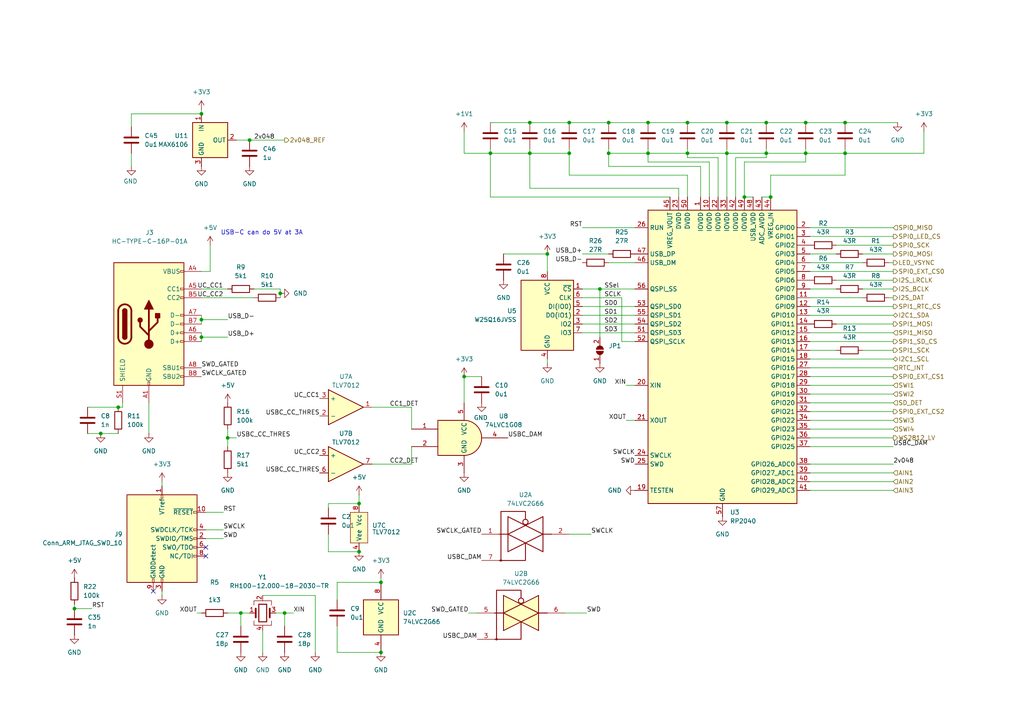
<source format=kicad_sch>
(kicad_sch (version 20231120) (generator "eeschema") (generator_version "8.0")
  (paper "A4")
  (lib_symbols
    (symbol "74xGxx:74LVC2G66"
      (property "Reference" "U" (at 5.08 10.16 0))
      (property "Value" "74LVC2G66" (at 7.62 -10.16 0))
      (symbol "74LVC2G66_1_1"
        (pin input line (at -12.7 0 0) (length 5.08) (name "~") (number "1"))
        (pin tri_state line (at 12.7 0 180) (length 5.08) (name "~") (number "2"))
        (pin input line (at -12.7 -7.62 0) (length 5.08) (name "~") (number "7"))
      )
      (symbol "74LVC2G66_2_1"
        (pin input line (at -12.7 -7.62 0) (length 5.08) (name "~") (number "3"))
        (pin input line (at -12.7 0 0) (length 5.08) (name "~") (number "5"))
        (pin tri_state line (at 12.7 0 180) (length 5.08) (name "~") (number "6"))
      )
      (symbol "74LVC2G66_3_1"
        (pin power_in line (at 0 -10.16 90) (length 5.08) (name "GND") (number "4"))
        (pin power_in line (at 0 10.16 270) (length 5.08) (name "VCC") (number "8"))
      )
    )
    (symbol "Connector:Conn_ARM_JTAG_SWD_10" (pin_names (offset 1.016))
      (property "Reference" "J" (at -2.54 16.51 0))
      (property "Value" "Conn_ARM_JTAG_SWD_10" (at -2.54 13.97 0))
      (symbol "Conn_ARM_JTAG_SWD_10_1_1"
        (pin power_in line (at 0 15.24 270) (length 2.54) (name "VTref") (number "1"))
        (pin open_collector line (at 12.7 7.62 180) (length 2.54) (name "~{RESET}") (number "10"))
        (pin bidirectional line (at 12.7 0 180) (length 2.54) (name "SWDIO/TMS") (number "2"))
        (pin power_in line (at 0 -15.24 90) (length 2.54) (name "GND") (number "3"))
        (pin output line (at 12.7 2.54 180) (length 2.54) (name "SWDCLK/TCK") (number "4"))
        (pin passive line (at 0 -15.24 90) (length 2.54) hide (name "GND") (number "5"))
        (pin input line (at 12.7 -2.54 180) (length 2.54) (name "SWO/TDO") (number "6"))
        (pin no_connect line (at -10.16 0 0) (length 2.54) hide (name "KEY") (number "7"))
        (pin output line (at 12.7 -5.08 180) (length 2.54) (name "NC/TDI") (number "8"))
        (pin passive line (at -2.54 -15.24 90) (length 2.54) (name "GNDDetect") (number "9"))
      )
    )
    (symbol "Connector:USB_C_Receptacle_USB2.0_16P" (pin_names (offset 1.016))
      (property "Reference" "J" (at 0 22.225 0))
      (property "Value" "USB_C_Receptacle_USB2.0_16P" (at 0 19.685 0))
      (symbol "USB_C_Receptacle_USB2.0_16P_1_1"
        (pin passive line (at 0 -22.86 90) (length 5.08) (name "GND") (number "A1"))
        (pin passive line (at 0 -22.86 90) (length 5.08) hide (name "GND") (number "A12"))
        (pin passive line (at 15.24 15.24 180) (length 5.08) (name "VBUS") (number "A4"))
        (pin bidirectional line (at 15.24 10.16 180) (length 5.08) (name "CC1") (number "A5"))
        (pin bidirectional line (at 15.24 -2.54 180) (length 5.08) (name "D+") (number "A6"))
        (pin bidirectional line (at 15.24 2.54 180) (length 5.08) (name "D-") (number "A7"))
        (pin bidirectional line (at 15.24 -12.7 180) (length 5.08) (name "SBU1") (number "A8"))
        (pin passive line (at 15.24 15.24 180) (length 5.08) hide (name "VBUS") (number "A9"))
        (pin passive line (at 0 -22.86 90) (length 5.08) hide (name "GND") (number "B1"))
        (pin passive line (at 0 -22.86 90) (length 5.08) hide (name "GND") (number "B12"))
        (pin passive line (at 15.24 15.24 180) (length 5.08) hide (name "VBUS") (number "B4"))
        (pin bidirectional line (at 15.24 7.62 180) (length 5.08) (name "CC2") (number "B5"))
        (pin bidirectional line (at 15.24 -5.08 180) (length 5.08) (name "D+") (number "B6"))
        (pin bidirectional line (at 15.24 0 180) (length 5.08) (name "D-") (number "B7"))
        (pin bidirectional line (at 15.24 -15.24 180) (length 5.08) (name "SBU2") (number "B8"))
        (pin passive line (at 15.24 15.24 180) (length 5.08) hide (name "VBUS") (number "B9"))
        (pin passive line (at -7.62 -22.86 90) (length 5.08) (name "SHIELD") (number "S1"))
      )
    )
    (symbol "Device:C" (pin_numbers hide) (pin_names (offset 0.254))
      (property "Reference" "C" (at 0.635 2.54 0))
      (property "Value" "C" (at 0.635 -2.54 0))
      (symbol "C_1_1"
        (pin passive line (at 0 3.81 270) (length 2.794) (name "~") (number "1"))
        (pin passive line (at 0 -3.81 90) (length 2.794) (name "~") (number "2"))
      )
    )
    (symbol "Device:Crystal_GND24" (pin_names (offset 1.016) hide)
      (property "Reference" "Y" (at 3.175 5.08 0))
      (property "Value" "Crystal_GND24" (at 3.175 3.175 0))
      (symbol "Crystal_GND24_1_1"
        (pin passive line (at -3.81 0 0) (length 1.27) (name "1") (number "1"))
        (pin passive line (at 0 5.08 270) (length 1.27) (name "2") (number "2"))
        (pin passive line (at 3.81 0 180) (length 1.27) (name "3") (number "3"))
        (pin passive line (at 0 -5.08 90) (length 1.27) (name "4") (number "4"))
      )
    )
    (symbol "Device:R" (pin_numbers hide) (pin_names (offset 0))
      (property "Reference" "R" (at 2.032 0 90))
      (property "Value" "R" (at 0 0 90))
      (symbol "R_1_1"
        (pin passive line (at 0 3.81 270) (length 1.27) (name "~") (number "1"))
        (pin passive line (at 0 -3.81 90) (length 1.27) (name "~") (number "2"))
      )
    )
    (symbol "Global:RP2040"
      (property "Reference" "U" (at 0.508 17.018 0))
      (property "Value" "RP2040" (at 0.508 14.478 0))
      (symbol "RP2040_1_1"
        (pin power_in line (at -6.35 46.99 270) (length 3.81) (name "IOVDD") (number "1"))
        (pin power_in line (at -3.81 46.99 270) (length 3.81) (name "IOVDD") (number "10"))
        (pin bidirectional line (at 25.4 17.78 180) (length 3.81) (name "GPIO8") (number "11"))
        (pin bidirectional line (at 25.4 15.24 180) (length 3.81) (name "GPIO9") (number "12"))
        (pin bidirectional line (at 25.4 12.7 180) (length 3.81) (name "GPIO10") (number "13"))
        (pin bidirectional line (at 25.4 10.16 180) (length 3.81) (name "GPIO11") (number "14"))
        (pin bidirectional line (at 25.4 7.62 180) (length 3.81) (name "GPIO12") (number "15"))
        (pin bidirectional line (at 25.4 5.08 180) (length 3.81) (name "GPIO13") (number "16"))
        (pin bidirectional line (at 25.4 2.54 180) (length 3.81) (name "GPIO14") (number "17"))
        (pin bidirectional line (at 25.4 0 180) (length 3.81) (name "GPIO15") (number "18"))
        (pin input line (at -25.4 -38.1 0) (length 3.81) (name "TESTEN") (number "19"))
        (pin bidirectional line (at 25.4 38.1 180) (length 3.81) (name "GPIO0") (number "2"))
        (pin input line (at -25.4 -7.62 0) (length 3.81) (name "XIN") (number "20"))
        (pin passive line (at -25.4 -17.78 0) (length 3.81) (name "XOUT") (number "21"))
        (pin power_in line (at -1.27 46.99 270) (length 3.81) (name "IOVDD") (number "22"))
        (pin power_in line (at -12.7 46.99 270) (length 3.81) (name "DVDD") (number "23"))
        (pin input line (at -25.4 -27.94 0) (length 3.81) (name "SWCLK") (number "24"))
        (pin bidirectional line (at -25.4 -30.48 0) (length 3.81) (name "SWD") (number "25"))
        (pin input line (at -25.4 38.1 0) (length 3.81) (name "RUN") (number "26"))
        (pin bidirectional line (at 25.4 -2.54 180) (length 3.81) (name "GPIO16") (number "27"))
        (pin bidirectional line (at 25.4 -5.08 180) (length 3.81) (name "GPIO17") (number "28"))
        (pin bidirectional line (at 25.4 -7.62 180) (length 3.81) (name "GPIO18") (number "29"))
        (pin bidirectional line (at 25.4 35.56 180) (length 3.81) (name "GPIO1") (number "3"))
        (pin bidirectional line (at 25.4 -10.16 180) (length 3.81) (name "GPIO19") (number "30"))
        (pin bidirectional line (at 25.4 -12.7 180) (length 3.81) (name "GPIO20") (number "31"))
        (pin bidirectional line (at 25.4 -15.24 180) (length 3.81) (name "GPIO21") (number "32"))
        (pin power_in line (at 1.27 46.99 270) (length 3.81) (name "IOVDD") (number "33"))
        (pin bidirectional line (at 25.4 -17.78 180) (length 3.81) (name "GPIO22") (number "34"))
        (pin bidirectional line (at 25.4 -20.32 180) (length 3.81) (name "GPIO23") (number "35"))
        (pin bidirectional line (at 25.4 -22.86 180) (length 3.81) (name "GPIO24") (number "36"))
        (pin bidirectional line (at 25.4 -25.4 180) (length 3.81) (name "GPIO25") (number "37"))
        (pin bidirectional line (at 25.4 -30.48 180) (length 3.81) (name "GPIO26_ADC0") (number "38"))
        (pin bidirectional line (at 25.4 -33.02 180) (length 3.81) (name "GPIO27_ADC1") (number "39"))
        (pin bidirectional line (at 25.4 33.02 180) (length 3.81) (name "GPIO2") (number "4"))
        (pin bidirectional line (at 25.4 -35.56 180) (length 3.81) (name "GPIO28_ADC2") (number "40"))
        (pin bidirectional line (at 25.4 -38.1 180) (length 3.81) (name "GPIO29_ADC3") (number "41"))
        (pin power_in line (at 3.81 46.99 270) (length 3.81) (name "IOVDD") (number "42"))
        (pin power_in line (at 11.43 46.99 270) (length 3.81) (name "ADC_AVDD") (number "43"))
        (pin power_in line (at 13.97 46.99 270) (length 3.81) (name "VREG_IN") (number "44"))
        (pin power_out line (at -15.24 46.99 270) (length 3.81) (name "VREG_VOUT") (number "45"))
        (pin bidirectional line (at -25.4 27.94 0) (length 3.81) (name "USB_DM") (number "46"))
        (pin bidirectional line (at -25.4 30.48 0) (length 3.81) (name "USB_DP") (number "47"))
        (pin power_in line (at 8.89 46.99 270) (length 3.81) (name "USB_VDD") (number "48"))
        (pin power_in line (at 6.35 46.99 270) (length 3.81) (name "IOVDD") (number "49"))
        (pin bidirectional line (at 25.4 30.48 180) (length 3.81) (name "GPIO3") (number "5"))
        (pin power_in line (at -10.16 46.99 270) (length 3.81) (name "DVDD") (number "50"))
        (pin bidirectional line (at -25.4 7.62 0) (length 3.81) (name "QSPI_SD3") (number "51"))
        (pin output line (at -25.4 5.08 0) (length 3.81) (name "QSPI_SCLK") (number "52"))
        (pin bidirectional line (at -25.4 15.24 0) (length 3.81) (name "QSPI_SD0") (number "53"))
        (pin bidirectional line (at -25.4 10.16 0) (length 3.81) (name "QSPI_SD2") (number "54"))
        (pin bidirectional line (at -25.4 12.7 0) (length 3.81) (name "QSPI_SD1") (number "55"))
        (pin bidirectional line (at -25.4 20.32 0) (length 3.81) (name "QSPI_SS") (number "56"))
        (pin power_in line (at 0 -45.72 90) (length 3.81) (name "GND") (number "57"))
        (pin bidirectional line (at 25.4 27.94 180) (length 3.81) (name "GPIO4") (number "6"))
        (pin bidirectional line (at 25.4 25.4 180) (length 3.81) (name "GPIO5") (number "7"))
        (pin bidirectional line (at 25.4 22.86 180) (length 3.81) (name "GPIO6") (number "8"))
        (pin bidirectional line (at 25.4 20.32 180) (length 3.81) (name "GPIO7") (number "9"))
      )
    )
    (symbol "Global:SN74LV1T08"
      (property "Reference" "U" (at -5.08 7.62 0))
      (property "Value" "74LVC1G08" (at 7.62 -7.62 0))
      (symbol "SN74LV1T08_1_1"
        (pin input line (at -15.24 2.54 0) (length 7.62) (name "~") (number "1"))
        (pin input line (at -15.24 -2.54 0) (length 7.62) (name "~") (number "2"))
        (pin power_in line (at 0 -10.16 90) (length 5.08) (name "GND") (number "3"))
        (pin output line (at 12.7 0 180) (length 7.62) (name "~") (number "4"))
        (pin power_in line (at 0 10.16 270) (length 5.08) (name "VCC") (number "5"))
      )
    )
    (symbol "Global:TLV7012"
      (property "Reference" "U" (at 0 1.778 0))
      (property "Value" "TLV7012" (at 0 0 0))
      (symbol "TLV7012_1_1"
        (pin output line (at 12.7 -5.08 180) (length 2.54) (name "~") (number "1"))
        (pin input line (at -2.54 -7.62 0) (length 2.54) (name "-") (number "2"))
        (pin input line (at -2.54 -2.54 0) (length 2.54) (name "+") (number "3"))
      )
      (symbol "TLV7012_2_1"
        (pin input line (at -2.54 -2.54 0) (length 2.54) (name "+") (number "5"))
        (pin input line (at -2.54 -7.62 0) (length 2.54) (name "-") (number "6"))
        (pin output line (at 12.7 -5.08 180) (length 2.54) (name "~") (number "7"))
      )
      (symbol "TLV7012_3_1"
        (pin power_in line (at 3.81 -13.97 90) (length 2.54) (name "Vee") (number "4"))
        (pin power_in line (at 3.81 0 270) (length 2.54) (name "Vcc") (number "8"))
      )
    )
    (symbol "Jumper:SolderJumper_2_Open" (pin_names (offset 0) hide)
      (property "Reference" "JP" (at 0 2.032 0))
      (property "Value" "SolderJumper_2_Open" (at 0 -2.54 0))
      (symbol "SolderJumper_2_Open_1_1"
        (pin passive line (at -3.81 0 0) (length 2.54) (name "A") (number "1"))
        (pin passive line (at 3.81 0 180) (length 2.54) (name "B") (number "2"))
      )
    )
    (symbol "Reference_Voltage:MAX6106"
      (property "Reference" "U" (at 0 6.35 0))
      (property "Value" "MAX6106" (at 2.54 -6.35 0))
      (symbol "MAX6106_1_1"
        (pin power_in line (at -2.54 7.62 270) (length 2.54) (name "IN") (number "1"))
        (pin power_out line (at 7.62 0 180) (length 2.54) (name "OUT") (number "2"))
        (pin power_in line (at -2.54 -7.62 90) (length 2.54) (name "GND") (number "3"))
      )
    )
    (symbol "kicad_global_library:W25Q16JVSS"
      (property "Reference" "U" (at -6.35 11.43 0))
      (property "Value" "W25Q16JVSS" (at 7.62 11.43 0))
      (symbol "W25Q16JVSS_1_1"
        (pin input line (at -10.16 7.62 0) (length 2.54) (name "~{CS}") (number "1"))
        (pin bidirectional line (at -10.16 0 0) (length 2.54) (name "DO(IO1)") (number "2"))
        (pin bidirectional line (at -10.16 -2.54 0) (length 2.54) (name "IO2") (number "3"))
        (pin power_in line (at 0 -12.7 90) (length 2.54) (name "GND") (number "4"))
        (pin bidirectional line (at -10.16 2.54 0) (length 2.54) (name "DI(IO0)") (number "5"))
        (pin input line (at -10.16 5.08 0) (length 2.54) (name "CLK") (number "6"))
        (pin bidirectional line (at -10.16 -5.08 0) (length 2.54) (name "IO3") (number "7"))
        (pin power_in line (at 0 12.7 270) (length 2.54) (name "VCC") (number "8"))
      )
    )
    (symbol "power:+1V1" (power) (pin_names (offset 0))
      (property "Value" "+1V1" (at 0 3.556 0))
      (symbol "+1V1_1_1"
        (pin power_in line (at 0 0 90) (length 0) hide (name "+1V1") (number "1"))
      )
    )
    (symbol "power:+3V3" (power) (pin_names (offset 0))
      (property "Value" "+3V3" (at 0 3.556 0))
      (symbol "+3V3_1_1"
        (pin power_in line (at 0 0 90) (length 0) hide (name "+3V3") (number "1"))
      )
    )
    (symbol "power:+5V" (power) (pin_numbers hide) (pin_names (offset 0) hide)
      (property "Value" "+5V" (at 0 3.556 0))
      (symbol "+5V_1_1"
        (pin power_in line (at 0 0 90) (length 0) (name "~") (number "1"))
      )
    )
    (symbol "power:GND" (power) (pin_numbers hide) (pin_names (offset 0) hide)
      (property "Value" "GND" (at 0 -3.81 0))
      (symbol "GND_1_1"
        (pin power_in line (at 0 0 270) (length 0) (name "~") (number "1"))
      )
    )
  )
  (junction (at 210.82 44.45))
  (junction (at 104.14 160.02))
  (junction (at 110.49 189.23))
  (junction (at 153.67 35.56))
  (junction (at 153.67 44.45))
  (junction (at 222.25 44.45))
  (junction (at 69.85 177.8))
  (junction (at 21.59 176.53))
  (junction (at 245.11 35.56))
  (junction (at 176.53 44.45))
  (junction (at 233.68 44.45))
  (junction (at 210.82 35.56))
  (junction (at 165.1 35.56))
  (junction (at 215.9 57.15))
  (junction (at 199.39 44.45))
  (junction (at 245.11 44.45))
  (junction (at 233.68 35.56))
  (junction (at 72.39 40.64))
  (junction (at 134.62 109.22))
  (junction (at 176.53 35.56))
  (junction (at 165.1 44.45))
  (junction (at 104.14 146.05))
  (junction (at 29.21 125.73))
  (junction (at 58.42 97.79))
  (junction (at 222.25 35.56))
  (junction (at 34.29 118.11))
  (junction (at 187.96 44.45))
  (junction (at 199.39 35.56))
  (junction (at 82.55 177.8))
  (junction (at 81.28 85.09))
  (junction (at 158.75 73.66))
  (junction (at 110.49 168.91))
  (junction (at 187.96 35.56))
  (junction (at 142.24 44.45))
  (junction (at 66.04 127))
  (junction (at 58.42 92.71))
  (junction (at 58.42 33.02))
  (junction (at 173.99 83.82))
  (junction (at 223.52 57.15))
  (no_connect (at 44.45 171.45))
  (no_connect (at 59.69 161.29))
  (no_connect (at 59.69 158.75))
  (wire (pts (xy 242.57 93.98) (xy 259.08 93.98)))
  (wire (pts (xy 233.68 46.99) (xy 233.68 44.45)))
  (wire (pts (xy 58.42 86.36) (xy 73.66 86.36)))
  (wire (pts (xy 187.96 44.45) (xy 199.39 44.45)))
  (wire (pts (xy 234.95 142.24) (xy 259.08 142.24)))
  (wire (pts (xy 43.18 125.73) (xy 43.18 116.84)))
  (wire (pts (xy 259.08 106.68) (xy 234.95 106.68)))
  (wire (pts (xy 222.25 45.72) (xy 222.25 44.45)))
  (wire (pts (xy 173.99 83.82) (xy 184.15 83.82)))
  (wire (pts (xy 91.44 172.72) (xy 76.2 172.72)))
  (wire (pts (xy 165.1 50.8) (xy 165.1 44.45)))
  (wire (pts (xy 134.62 38.1) (xy 134.62 44.45)))
  (wire (pts (xy 158.75 105.41) (xy 158.75 104.14)))
  (wire (pts (xy 72.39 40.64) (xy 82.55 40.64)))
  (wire (pts (xy 97.79 168.91) (xy 110.49 168.91)))
  (wire (pts (xy 173.99 83.82) (xy 173.99 97.79)))
  (wire (pts (xy 97.79 189.23) (xy 110.49 189.23)))
  (wire (pts (xy 199.39 35.56) (xy 210.82 35.56)))
  (wire (pts (xy 245.11 35.56) (xy 260.35 35.56)))
  (wire (pts (xy 142.24 44.45) (xy 142.24 57.15)))
  (wire (pts (xy 119.38 129.54) (xy 119.38 134.62)))
  (wire (pts (xy 58.42 83.82) (xy 66.04 83.82)))
  (wire (pts (xy 168.91 91.44) (xy 184.15 91.44)))
  (wire (pts (xy 34.29 118.11) (xy 35.56 118.11)))
  (wire (pts (xy 171.45 154.94) (xy 165.1 154.94)))
  (wire (pts (xy 173.99 83.82) (xy 168.91 83.82)))
  (wire (pts (xy 234.95 127) (xy 259.08 127)))
  (wire (pts (xy 223.52 50.8) (xy 223.52 57.15)))
  (wire (pts (xy 250.19 73.66) (xy 259.08 73.66)))
  (wire (pts (xy 210.82 44.45) (xy 210.82 57.15)))
  (wire (pts (xy 176.53 35.56) (xy 187.96 35.56)))
  (wire (pts (xy 139.7 109.22) (xy 134.62 109.22)))
  (wire (pts (xy 234.95 109.22) (xy 259.08 109.22)))
  (wire (pts (xy 168.91 66.04) (xy 184.15 66.04)))
  (wire (pts (xy 57.15 177.8) (xy 58.42 177.8)))
  (wire (pts (xy 181.61 121.92) (xy 184.15 121.92)))
  (wire (pts (xy 58.42 92.71) (xy 58.42 93.98)))
  (wire (pts (xy 267.97 38.1) (xy 267.97 44.45)))
  (wire (pts (xy 21.59 175.26) (xy 21.59 176.53)))
  (wire (pts (xy 215.9 46.99) (xy 233.68 46.99)))
  (wire (pts (xy 153.67 44.45) (xy 165.1 44.45)))
  (wire (pts (xy 58.42 91.44) (xy 58.42 92.71)))
  (wire (pts (xy 234.95 78.74) (xy 259.08 78.74)))
  (wire (pts (xy 234.95 68.58) (xy 259.08 68.58)))
  (wire (pts (xy 97.79 173.99) (xy 97.79 168.91)))
  (wire (pts (xy 142.24 57.15) (xy 194.31 57.15)))
  (wire (pts (xy 58.42 96.52) (xy 58.42 97.79)))
  (wire (pts (xy 81.28 85.09) (xy 81.28 86.36)))
  (wire (pts (xy 234.95 86.36) (xy 250.19 86.36)))
  (wire (pts (xy 168.91 93.98) (xy 184.15 93.98)))
  (wire (pts (xy 176.53 48.26) (xy 203.2 48.26)))
  (wire (pts (xy 210.82 44.45) (xy 222.25 44.45)))
  (wire (pts (xy 187.96 44.45) (xy 187.96 43.18)))
  (wire (pts (xy 218.44 57.15) (xy 215.9 57.15)))
  (wire (pts (xy 234.95 96.52) (xy 259.08 96.52)))
  (wire (pts (xy 199.39 44.45) (xy 199.39 43.18)))
  (wire (pts (xy 68.58 40.64) (xy 72.39 40.64)))
  (wire (pts (xy 76.2 182.88) (xy 76.2 189.23)))
  (wire (pts (xy 176.53 44.45) (xy 187.96 44.45)))
  (wire (pts (xy 259.08 114.3) (xy 234.95 114.3)))
  (wire (pts (xy 59.69 156.21) (xy 64.77 156.21)))
  (wire (pts (xy 158.75 73.66) (xy 146.05 73.66)))
  (wire (pts (xy 170.18 177.8) (xy 163.83 177.8)))
  (wire (pts (xy 222.25 35.56) (xy 233.68 35.56)))
  (wire (pts (xy 142.24 44.45) (xy 153.67 44.45)))
  (wire (pts (xy 259.08 137.16) (xy 234.95 137.16)))
  (wire (pts (xy 46.99 171.45) (xy 46.99 172.72)))
  (wire (pts (xy 242.57 71.12) (xy 259.08 71.12)))
  (wire (pts (xy 259.08 129.54) (xy 234.95 129.54)))
  (wire (pts (xy 68.58 127) (xy 66.04 127)))
  (wire (pts (xy 66.04 177.8) (xy 69.85 177.8)))
  (wire (pts (xy 38.1 36.83) (xy 38.1 33.02)))
  (wire (pts (xy 168.91 86.36) (xy 180.34 86.36)))
  (wire (pts (xy 199.39 57.15) (xy 199.39 50.8)))
  (wire (pts (xy 208.28 45.72) (xy 199.39 45.72)))
  (wire (pts (xy 234.95 134.62) (xy 259.08 134.62)))
  (wire (pts (xy 69.85 177.8) (xy 72.39 177.8)))
  (wire (pts (xy 234.95 76.2) (xy 250.19 76.2)))
  (wire (pts (xy 222.25 44.45) (xy 233.68 44.45)))
  (wire (pts (xy 176.53 43.18) (xy 176.53 44.45)))
  (wire (pts (xy 95.25 160.02) (xy 95.25 154.94)))
  (wire (pts (xy 199.39 45.72) (xy 199.39 44.45)))
  (wire (pts (xy 165.1 35.56) (xy 176.53 35.56)))
  (wire (pts (xy 60.96 78.74) (xy 58.42 78.74)))
  (wire (pts (xy 234.95 66.04) (xy 259.08 66.04)))
  (wire (pts (xy 233.68 44.45) (xy 245.11 44.45)))
  (wire (pts (xy 233.68 44.45) (xy 233.68 43.18)))
  (wire (pts (xy 259.08 111.76) (xy 234.95 111.76)))
  (wire (pts (xy 223.52 50.8) (xy 245.11 50.8)))
  (wire (pts (xy 81.28 83.82) (xy 81.28 85.09)))
  (wire (pts (xy 234.95 83.82) (xy 242.57 83.82)))
  (wire (pts (xy 73.66 83.82) (xy 81.28 83.82)))
  (wire (pts (xy 187.96 35.56) (xy 199.39 35.56)))
  (wire (pts (xy 245.11 44.45) (xy 245.11 43.18)))
  (wire (pts (xy 26.67 176.53) (xy 21.59 176.53)))
  (wire (pts (xy 213.36 45.72) (xy 222.25 45.72)))
  (wire (pts (xy 196.85 54.61) (xy 196.85 57.15)))
  (wire (pts (xy 199.39 50.8) (xy 165.1 50.8)))
  (wire (pts (xy 168.91 73.66) (xy 176.53 73.66)))
  (wire (pts (xy 203.2 48.26) (xy 203.2 57.15)))
  (wire (pts (xy 153.67 44.45) (xy 153.67 54.61)))
  (wire (pts (xy 82.55 177.8) (xy 85.09 177.8)))
  (wire (pts (xy 107.95 134.62) (xy 119.38 134.62)))
  (wire (pts (xy 242.57 101.6) (xy 234.95 101.6)))
  (wire (pts (xy 38.1 33.02) (xy 58.42 33.02)))
  (wire (pts (xy 180.34 86.36) (xy 180.34 99.06)))
  (wire (pts (xy 25.4 125.73) (xy 29.21 125.73)))
  (wire (pts (xy 259.08 101.6) (xy 250.19 101.6)))
  (wire (pts (xy 82.55 177.8) (xy 82.55 181.61)))
  (wire (pts (xy 29.21 125.73) (xy 34.29 125.73)))
  (wire (pts (xy 104.14 160.02) (xy 95.25 160.02)))
  (wire (pts (xy 176.53 76.2) (xy 184.15 76.2)))
  (wire (pts (xy 180.34 99.06) (xy 184.15 99.06)))
  (wire (pts (xy 234.95 119.38) (xy 259.08 119.38)))
  (wire (pts (xy 168.91 88.9) (xy 184.15 88.9)))
  (wire (pts (xy 257.81 76.2) (xy 259.08 76.2)))
  (wire (pts (xy 213.36 57.15) (xy 213.36 45.72)))
  (wire (pts (xy 59.69 153.67) (xy 64.77 153.67)))
  (wire (pts (xy 223.52 57.15) (xy 220.98 57.15)))
  (wire (pts (xy 234.95 73.66) (xy 242.57 73.66)))
  (wire (pts (xy 38.1 44.45) (xy 38.1 48.26)))
  (wire (pts (xy 181.61 111.76) (xy 184.15 111.76)))
  (wire (pts (xy 215.9 46.99) (xy 215.9 57.15)))
  (wire (pts (xy 58.42 92.71) (xy 66.04 92.71)))
  (wire (pts (xy 58.42 31.75) (xy 58.42 33.02)))
  (wire (pts (xy 234.95 104.14) (xy 259.08 104.14)))
  (wire (pts (xy 205.74 46.99) (xy 187.96 46.99)))
  (wire (pts (xy 234.95 91.44) (xy 259.08 91.44)))
  (wire (pts (xy 233.68 35.56) (xy 245.11 35.56)))
  (wire (pts (xy 119.38 124.46) (xy 119.38 118.11)))
  (wire (pts (xy 165.1 44.45) (xy 165.1 43.18)))
  (wire (pts (xy 176.53 44.45) (xy 176.53 48.26)))
  (wire (pts (xy 205.74 57.15) (xy 205.74 46.99)))
  (wire (pts (xy 35.56 116.84) (xy 35.56 118.11)))
  (wire (pts (xy 107.95 118.11) (xy 119.38 118.11)))
  (wire (pts (xy 187.96 46.99) (xy 187.96 44.45)))
  (wire (pts (xy 134.62 109.22) (xy 134.62 116.84)))
  (wire (pts (xy 259.08 86.36) (xy 257.81 86.36)))
  (wire (pts (xy 95.25 146.05) (xy 95.25 147.32)))
  (wire (pts (xy 168.91 96.52) (xy 184.15 96.52)))
  (wire (pts (xy 66.04 129.54) (xy 66.04 127)))
  (wire (pts (xy 245.11 44.45) (xy 267.97 44.45)))
  (wire (pts (xy 59.69 148.59) (xy 64.77 148.59)))
  (wire (pts (xy 80.01 177.8) (xy 82.55 177.8)))
  (wire (pts (xy 69.85 177.8) (xy 69.85 181.61)))
  (wire (pts (xy 210.82 35.56) (xy 222.25 35.56)))
  (wire (pts (xy 142.24 43.18) (xy 142.24 44.45)))
  (wire (pts (xy 134.62 44.45) (xy 142.24 44.45)))
  (wire (pts (xy 259.08 124.46) (xy 234.95 124.46)))
  (wire (pts (xy 46.99 140.97) (xy 46.99 139.7)))
  (wire (pts (xy 104.14 146.05) (xy 104.14 143.51)))
  (wire (pts (xy 58.42 97.79) (xy 66.04 97.79)))
  (wire (pts (xy 153.67 35.56) (xy 165.1 35.56)))
  (wire (pts (xy 95.25 146.05) (xy 104.14 146.05)))
  (wire (pts (xy 208.28 57.15) (xy 208.28 45.72)))
  (wire (pts (xy 91.44 189.23) (xy 91.44 172.72)))
  (wire (pts (xy 259.08 116.84) (xy 234.95 116.84)))
  (wire (pts (xy 242.57 81.28) (xy 259.08 81.28)))
  (wire (pts (xy 222.25 44.45) (xy 222.25 43.18)))
  (wire (pts (xy 250.19 83.82) (xy 259.08 83.82)))
  (wire (pts (xy 210.82 43.18) (xy 210.82 44.45)))
  (wire (pts (xy 60.96 71.12) (xy 60.96 78.74)))
  (wire (pts (xy 153.67 54.61) (xy 196.85 54.61)))
  (wire (pts (xy 158.75 73.66) (xy 158.75 78.74)))
  (wire (pts (xy 66.04 127) (xy 66.04 124.46)))
  (wire (pts (xy 97.79 181.61) (xy 97.79 189.23)))
  (wire (pts (xy 142.24 35.56) (xy 153.67 35.56)))
  (wire (pts (xy 25.4 118.11) (xy 34.29 118.11)))
  (wire (pts (xy 110.49 167.64) (xy 110.49 168.91)))
  (wire (pts (xy 234.95 88.9) (xy 259.08 88.9)))
  (wire (pts (xy 135.89 177.8) (xy 138.43 177.8)))
  (wire (pts (xy 58.42 97.79) (xy 58.42 99.06)))
  (wire (pts (xy 199.39 44.45) (xy 210.82 44.45)))
  (wire (pts (xy 259.08 121.92) (xy 234.95 121.92)))
  (wire (pts (xy 153.67 43.18) (xy 153.67 44.45)))
  (wire (pts (xy 245.11 50.8) (xy 245.11 44.45)))
  (wire (pts (xy 259.08 139.7) (xy 234.95 139.7)))
  (wire (pts (xy 234.95 99.06) (xy 259.08 99.06)))
  (text "USB-C can do 5V at 3A" (at 75.946 67.564 0) (effects (font (size 1.27 1.27))))
  (label "SWD" (at 184.15 134.62 180))
  (label "USBC_CC_THRES" (at 68.58 127 0))
  (label "CC1_DET" (at 113.03 118.11 0))
  (label "USBC_DAM" (at 138.43 185.42 180))
  (label "XOUT" (at 181.61 121.92 180))
  (label "2v048" (at 259.08 134.62 0))
  (label "SD3" (at 175.26 96.52 0))
  (label "SWD_GATED" (at 58.42 106.68 0))
  (label "USB_D-" (at 66.04 92.71 0))
  (label "USB_D-" (at 168.91 76.2 180))
  (label "RST" (at 64.77 148.59 0))
  (label "CC2_DET" (at 113.03 134.62 0))
  (label "SCLK" (at 175.26 86.36 0))
  (label "SWD_GATED" (at 135.89 177.8 180))
  (label "UC_CC1" (at 64.77 83.82 180))
  (label "SD1" (at 175.26 91.44 0))
  (label "RST" (at 26.67 176.53 0))
  (label "XIN" (at 85.09 177.8 0))
  (label "2v048" (at 73.66 40.64 0))
  (label "USBC_DAM" (at 139.7 162.56 180))
  (label "SWCLK" (at 64.77 153.67 0))
  (label "XIN" (at 181.61 111.76 180))
  (label "XOUT" (at 57.15 177.8 180))
  (label "SSel" (at 175.26 83.82 0))
  (label "USBC_DAM" (at 147.32 127 0))
  (label "SWD" (at 170.18 177.8 0))
  (label "SWCLK" (at 184.15 132.08 180))
  (label "UC_CC2" (at 92.71 132.08 180))
  (label "USB_D+" (at 66.04 97.79 0))
  (label "SWCLK_GATED" (at 139.7 154.94 180))
  (label "UC_CC2" (at 64.77 86.36 180))
  (label "USBC_CC_THRES" (at 92.71 120.65 180))
  (label "UC_CC1" (at 92.71 115.57 180))
  (label "SWCLK_GATED" (at 58.42 109.22 0))
  (label "USB_D+" (at 168.91 73.66 180))
  (label "USBC_CC_THRES" (at 92.71 137.16 180))
  (label "SD2" (at 175.26 93.98 0))
  (label "USBC_DAM" (at 259.08 129.54 0))
  (label "RST" (at 168.91 66.04 180))
  (label "SWD" (at 64.77 156.21 0))
  (label "SD0" (at 175.26 88.9 0))
  (label "SWCLK" (at 171.45 154.94 0))
  (hierarchical_label "SPI0_LED_CS" (shape output) (at 259.08 68.58 0))
  (hierarchical_label "SPI1_SCK" (shape output) (at 259.08 101.6 0))
  (hierarchical_label "SPI0_EXT_CS1" (shape output) (at 259.08 109.22 0))
  (hierarchical_label "2v048_REF" (shape output) (at 82.55 40.64 0))
  (hierarchical_label "AIN3" (shape input) (at 259.08 142.24 0))
  (hierarchical_label "LED_VSYNC" (shape output) (at 259.08 76.2 0))
  (hierarchical_label "SPI1_MISO" (shape input) (at 259.08 96.52 0))
  (hierarchical_label "SPI0_MOSI" (shape output) (at 259.08 73.66 0))
  (hierarchical_label "I2C1_SCL" (shape bidirectional) (at 259.08 104.14 0))
  (hierarchical_label "SWI4" (shape input) (at 259.08 124.46 0))
  (hierarchical_label "SWI1" (shape input) (at 259.08 111.76 0))
  (hierarchical_label "SPI1_RTC_CS" (shape output) (at 259.08 88.9 0))
  (hierarchical_label "I2S_BCLK" (shape output) (at 259.08 83.82 0))
  (hierarchical_label "SPI1_SD_CS" (shape output) (at 259.08 99.06 0))
  (hierarchical_label "WS2812_LV" (shape output) (at 259.08 127 0))
  (hierarchical_label "SD_DET" (shape input) (at 259.08 116.84 0))
  (hierarchical_label "SPI0_SCK" (shape output) (at 259.08 71.12 0))
  (hierarchical_label "I2C1_SDA" (shape bidirectional) (at 259.08 91.44 0))
  (hierarchical_label "AIN2" (shape input) (at 259.08 139.7 0))
  (hierarchical_label "SPI0_MISO" (shape input) (at 259.08 66.04 0))
  (hierarchical_label "I2S_LRCLK" (shape output) (at 259.08 81.28 0))
  (hierarchical_label "AIN1" (shape input) (at 259.08 137.16 0))
  (hierarchical_label "SWI3" (shape input) (at 259.08 121.92 0))
  (hierarchical_label "SWI2" (shape input) (at 259.08 114.3 0))
  (hierarchical_label "SPI0_EXT_CS0" (shape output) (at 259.08 78.74 0))
  (hierarchical_label "SPI0_EXT_CS2" (shape output) (at 259.08 119.38 0))
  (hierarchical_label "SPI1_MOSI" (shape output) (at 259.08 93.98 0))
  (hierarchical_label "RTC_INT" (shape input) (at 259.08 106.68 0))
  (hierarchical_label "I2S_DAT" (shape output) (at 259.08 86.36 0))
  (symbol (lib_id "Device:C") (at 38.1 40.64 0) (unit 1)
    (property "Reference" "C45" (at 41.91 39.3699 0) (effects (justify left)))
    (property "Value" "0u1" (at 41.91 41.9099 0) (effects (justify left)))
    (property "Footprint" "Capacitor_SMD:C_0603_1608Metric_Pad1.08x0.95mm_HandSolder" (effects (hide yes)))
    (property "Description" "Unpolarized capacitor" (effects (hide yes)))
  )
  (symbol (lib_id "power:GND") (at 146.05 81.28 0) (unit 1)
    (property "Reference" "#PWR037" (effects (hide yes)))
    (property "Value" "GND" (at 146.05 86.36 0))
  )
  (symbol (lib_id "Device:C") (at 245.11 39.37 0) (unit 1)
    (property "Reference" "C24" (at 248.92 38.0999 0) (effects (justify left)))
    (property "Value" "0u1" (at 248.92 40.6399 0) (effects (justify left)))
    (property "Footprint" "Capacitor_SMD:C_0603_1608Metric_Pad1.08x0.95mm_HandSolder" (effects (hide yes)))
    (property "Description" "Unpolarized capacitor" (effects (hide yes)))
    (property "MFR PN" "CL10B104KB8NNWC" (effects (hide yes)))
  )
  (symbol (lib_id "Device:R") (at 62.23 177.8 90) (unit 1)
    (property "Reference" "R5" (at 62.23 168.91 90))
    (property "Value" "1k3" (at 62.23 173.99 90))
    (property "Footprint" "Resistor_SMD:R_0603_1608Metric_Pad0.98x0.95mm_HandSolder" (effects (hide yes)))
    (property "Description" "Resistor" (effects (hide yes)))
    (property "MFR PN" "CR0603-FX-1301ELF" (effects (hide yes)))
  )
  (symbol (lib_id "Device:R") (at 238.76 71.12 90) (unit 1)
    (property "Reference" "R2" (at 238.76 64.77 90))
    (property "Value" "43R" (at 238.76 67.31 90))
    (property "Footprint" "Resistor_SMD:R_0603_1608Metric_Pad0.98x0.95mm_HandSolder" (effects (hide yes)))
    (property "Description" "Resistor" (effects (hide yes)))
  )
  (symbol (lib_id "power:GND") (at 38.1 48.26 0) (unit 1)
    (property "Reference" "#PWR0105" (effects (hide yes)))
    (property "Value" "GND" (at 37.846 52.578 0))
  )
  (symbol (lib_id "Global:TLV7012") (at 95.25 113.03 0) (unit 1)
    (property "Reference" "U7" (at 100.33 109.22 0))
    (property "Value" "TLV7012" (at 100.33 111.76 0))
    (property "Footprint" "Package_TO_SOT_SMD:TSOT-23-8" (effects (hide yes)))
    (property "Datasheet" "https://www.ti.com/lit/ds/symlink/tlv7012.pdf" (effects (hide yes)))
  )
  (symbol (lib_id "power:+5V") (at 60.96 71.12 0) (unit 1)
    (property "Reference" "#PWR031" (effects (hide yes)))
    (property "Value" "+5V" (at 60.96 66.04 0))
    (property "Description" "Power symbol creates a global label with name \"+5V\"" (effects (hide yes)))
  )
  (symbol (lib_id "Device:C") (at 72.39 44.45 0) (unit 1)
    (property "Reference" "C46" (at 76.2 43.1799 0) (effects (justify left)))
    (property "Value" "1u" (at 76.2 45.7199 0) (effects (justify left)))
    (property "Footprint" "Capacitor_SMD:C_0805_2012Metric_Pad1.18x1.45mm_HandSolder" (effects (hide yes)))
    (property "Description" "Unpolarized capacitor" (effects (hide yes)))
  )
  (symbol (lib_id "Device:C") (at 165.1 39.37 0) (unit 1)
    (property "Reference" "C17" (at 168.91 38.0999 0) (effects (justify left)))
    (property "Value" "0u1" (at 168.91 40.6399 0) (effects (justify left)))
    (property "Footprint" "Capacitor_SMD:C_0603_1608Metric_Pad1.08x0.95mm_HandSolder" (effects (hide yes)))
    (property "Description" "Unpolarized capacitor" (effects (hide yes)))
    (property "MFR PN" "CL10B104KB8NNWC" (effects (hide yes)))
  )
  (symbol (lib_id "Device:C") (at 69.85 185.42 0) (unit 1)
    (property "Reference" "C27" (at 62.484 184.15 0) (effects (justify left)))
    (property "Value" "18p" (at 62.484 186.69 0) (effects (justify left)))
    (property "Footprint" "Capacitor_SMD:C_0603_1608Metric_Pad1.08x0.95mm_HandSolder" (effects (hide yes)))
    (property "Description" "Unpolarized capacitor" (effects (hide yes)))
    (property "MFR PN" "CC0603JPNPO9BN270" (effects (hide yes)))
  )
  (symbol (lib_id "Reference_Voltage:MAX6106") (at 60.96 40.64 0) (unit 1)
    (property "Reference" "U11" (at 54.61 39.3699 0) (effects (justify right)))
    (property "Value" "MAX6106" (at 54.61 41.9099 0) (effects (justify right)))
    (property "Footprint" "Package_TO_SOT_SMD:SOT-23" (effects (hide yes)))
    (property "Datasheet" "http://datasheets.maximintegrated.com/en/ds/MAX6100-MAX6107.pdf" (effects (hide yes)))
    (property "Description" "Low-dropout high current voltage reference, 2.048V, ±0.4% accuracy, SOT-23" (effects (hide yes)))
  )
  (symbol (lib_id "Device:C") (at 187.96 39.37 0) (unit 1)
    (property "Reference" "C19" (at 191.77 38.0999 0) (effects (justify left)))
    (property "Value" "0u1" (at 191.77 40.6399 0) (effects (justify left)))
    (property "Footprint" "Capacitor_SMD:C_0603_1608Metric_Pad1.08x0.95mm_HandSolder" (effects (hide yes)))
    (property "Description" "Unpolarized capacitor" (effects (hide yes)))
    (property "MFR PN" "CL10B104KB8NNWC" (effects (hide yes)))
  )
  (symbol (lib_id "Global:RP2040") (at 209.55 104.14 0) (unit 1)
    (property "Reference" "U3" (at 211.7441 148.59 0) (effects (justify left)))
    (property "Value" "RP2040" (at 211.7441 151.13 0) (effects (justify left)))
    (property "Footprint" "kicad global library:QFN-56-1EP_7x7mm_P0.4mm_EP3.2x3.2mm_ThermalVias_Hand_Solder" (effects (hide yes)))
    (property "Datasheet" "https://datasheets.raspberrypi.com/rp2040/rp2040-datasheet.pdf" (effects (hide yes)))
    (property "Description" "A microcontroller by Raspberry Pi" (effects (hide yes)))
  )
  (symbol (lib_id "Connector:Conn_ARM_JTAG_SWD_10") (at 46.99 156.21 0) (unit 1)
    (property "Reference" "J9" (at 35.56 154.9399 0) (effects (justify right)))
    (property "Value" "Conn_ARM_JTAG_SWD_10" (at 35.56 157.4799 0) (effects (justify right)))
    (property "Footprint" "Connector_PinHeader_1.27mm:PinHeader_2x05_P1.27mm_Vertical" (effects (hide yes)))
    (property "Datasheet" "http://infocenter.arm.com/help/topic/com.arm.doc.ddi0314h/DDI0314H_coresight_components_trm.pdf" (effects (hide yes)))
    (property "MFR PN" "PR20B05VBDN" (effects (hide yes)))
  )
  (symbol (lib_id "power:GND") (at 76.2 189.23 0) (unit 1)
    (property "Reference" "#PWR042" (effects (hide yes)))
    (property "Value" "GND" (at 76.2 194.31 0))
  )
  (symbol (lib_id "Device:C") (at 95.25 151.13 0) (unit 1)
    (property "Reference" "C2" (at 99.06 149.8599 0) (effects (justify left)))
    (property "Value" "0u1" (at 99.06 152.3999 0) (effects (justify left)))
    (property "Footprint" "Capacitor_SMD:C_0603_1608Metric_Pad1.08x0.95mm_HandSolder" (effects (hide yes)))
    (property "Description" "Unpolarized capacitor" (effects (hide yes)))
    (property "MFR PN" "CL10B104KB8NNWC" (effects (hide yes)))
  )
  (symbol (lib_id "74xGxx:74LVC2G66") (at 151.13 177.8 0) (unit 2)
    (property "Reference" "U2" (at 151.13 166.37 0))
    (property "Value" "74LVC2G66" (at 151.13 168.91 0))
    (property "Footprint" "Package_SO:VSSOP-8_2.3x2mm_P0.5mm" (effects (hide yes)))
    (property "Datasheet" "http://www.ti.com/lit/sg/scyt129e/scyt129e.pdf" (effects (hide yes)))
    (property "Description" "Dual Analog Switch" (effects (hide yes)))
  )
  (symbol (lib_id "Device:C") (at 139.7 113.03 0) (unit 1)
    (property "Reference" "C10" (at 143.51 111.7599 0) (effects (justify left)))
    (property "Value" "0u1" (at 143.51 114.2999 0) (effects (justify left)))
    (property "Footprint" "Capacitor_SMD:C_0603_1608Metric_Pad1.08x0.95mm_HandSolder" (effects (hide yes)))
    (property "Description" "Unpolarized capacitor" (effects (hide yes)))
  )
  (symbol (lib_id "power:+3V3") (at 46.99 139.7 0) (unit 1)
    (property "Reference" "#PWR078" (effects (hide yes)))
    (property "Value" "+3V3" (at 46.99 134.62 0))
    (property "Description" "Power symbol creates a global label with name \"+3V3\"" (effects (hide yes)))
  )
  (symbol (lib_id "74xGxx:74LVC2G66") (at 152.4 154.94 0) (unit 1)
    (property "Reference" "U2" (at 152.4 143.51 0))
    (property "Value" "74LVC2G66" (at 152.4 146.05 0))
    (property "Footprint" "Package_SO:VSSOP-8_2.3x2mm_P0.5mm" (effects (hide yes)))
    (property "Datasheet" "http://www.ti.com/lit/sg/scyt129e/scyt129e.pdf" (effects (hide yes)))
    (property "Description" "Dual Analog Switch" (effects (hide yes)))
  )
  (symbol (lib_id "Device:C") (at 142.24 39.37 0) (unit 1)
    (property "Reference" "C15" (at 146.05 38.0999 0) (effects (justify left)))
    (property "Value" "0u1" (at 146.05 40.6399 0) (effects (justify left)))
    (property "Footprint" "Capacitor_SMD:C_0603_1608Metric_Pad1.08x0.95mm_HandSolder" (effects (hide yes)))
    (property "Description" "Unpolarized capacitor" (effects (hide yes)))
    (property "MFR PN" "CL10B104KB8NNWC" (effects (hide yes)))
  )
  (symbol (lib_id "power:GND") (at 139.7 116.84 0) (unit 1)
    (property "Reference" "#PWR050" (effects (hide yes)))
    (property "Value" "GND" (at 139.446 121.158 0))
  )
  (symbol (lib_id "Device:R") (at 238.76 81.28 90) (unit 1)
    (property "Reference" "R6" (at 238.76 74.93 90))
    (property "Value" "43R" (at 238.76 77.47 90))
    (property "Footprint" "Resistor_SMD:R_0603_1608Metric_Pad0.98x0.95mm_HandSolder" (effects (hide yes)))
    (property "Description" "Resistor" (effects (hide yes)))
  )
  (symbol (lib_id "power:GND") (at 82.55 189.23 0) (unit 1)
    (property "Reference" "#PWR043" (effects (hide yes)))
    (property "Value" "GND" (at 82.55 194.31 0))
  )
  (symbol (lib_id "Global:TLV7012") (at 100.33 146.05 0) (unit 3)
    (property "Reference" "U7" (at 107.95 152.3999 0) (effects (justify left)))
    (property "Value" "TLV7012" (at 107.95 154.305 0) (effects (justify left)))
    (property "Footprint" "Package_TO_SOT_SMD:TSOT-23-8" (effects (hide yes)))
    (property "Datasheet" "https://www.ti.com/lit/ds/symlink/tlv7012.pdf" (effects (hide yes)))
  )
  (symbol (lib_id "power:+3V3") (at 267.97 38.1 0) (unit 1)
    (property "Reference" "#PWR036" (effects (hide yes)))
    (property "Value" "+3V3" (at 267.97 33.02 0))
    (property "Description" "Power symbol creates a global label with name \"+3V3\"" (effects (hide yes)))
  )
  (symbol (lib_id "power:GND") (at 91.44 189.23 0) (unit 1)
    (property "Reference" "#PWR044" (effects (hide yes)))
    (property "Value" "GND" (at 91.44 194.31 0))
  )
  (symbol (lib_id "power:GND") (at 69.85 189.23 0) (unit 1)
    (property "Reference" "#PWR041" (effects (hide yes)))
    (property "Value" "GND" (at 69.85 194.31 0))
  )
  (symbol (lib_id "Connector:USB_C_Receptacle_USB2.0_16P") (at 43.18 93.98 0) (unit 1)
    (property "Reference" "J3" (at 43.4041 67.4466 0))
    (property "Value" "HC-TYPE-C-16P-01A" (at 43.4041 69.9866 0))
    (property "Footprint" "Connector_USB:USB_C_Receptacle_HCTL_HC-TYPE-C-16P-01A" (effects (hide yes)))
    (property "Datasheet" "https://www.usb.org/sites/default/files/documents/usb_type-c.zip" (effects (hide yes)))
    (property "Description" "USB 2.0-only 16P Type-C Receptacle connector" (effects (hide yes)))
  )
  (symbol (lib_id "Device:R") (at 246.38 73.66 90) (unit 1)
    (property "Reference" "R3" (at 246.38 67.31 90))
    (property "Value" "43R" (at 246.38 69.85 90))
    (property "Footprint" "Resistor_SMD:R_0603_1608Metric_Pad0.98x0.95mm_HandSolder" (effects (hide yes)))
    (property "Description" "Resistor" (effects (hide yes)))
  )
  (symbol (lib_id "Device:R") (at 77.47 86.36 90) (unit 1)
    (property "Reference" "R10" (at 77.47 80.01 90))
    (property "Value" "5k1" (at 77.47 82.55 90))
    (property "Footprint" "Resistor_SMD:R_0603_1608Metric_Pad0.98x0.95mm_HandSolder" (effects (hide yes)))
    (property "Description" "Resistor" (effects (hide yes)))
  )
  (symbol (lib_id "Device:R") (at 254 76.2 90) (unit 1)
    (property "Reference" "R1" (at 254 69.85 90))
    (property "Value" "43R" (at 254 72.39 90))
    (property "Footprint" "Resistor_SMD:R_0603_1608Metric_Pad0.98x0.95mm_HandSolder" (effects (hide yes)))
    (property "Description" "Resistor" (effects (hide yes)))
  )
  (symbol (lib_id "Device:C") (at 176.53 39.37 0) (unit 1)
    (property "Reference" "C18" (at 180.34 38.0999 0) (effects (justify left)))
    (property "Value" "0u1" (at 180.34 40.6399 0) (effects (justify left)))
    (property "Footprint" "Capacitor_SMD:C_0603_1608Metric_Pad1.08x0.95mm_HandSolder" (effects (hide yes)))
    (property "Description" "Unpolarized capacitor" (effects (hide yes)))
    (property "MFR PN" "CL10B104KB8NNWC" (effects (hide yes)))
  )
  (symbol (lib_id "kicad_global_library:W25Q16JVSS") (at 158.75 91.44 0) (mirror y) (unit 1)
    (property "Reference" "U5" (at 149.86 90.1699 0) (effects (justify left)))
    (property "Value" "W25Q16JVSS" (at 149.86 92.7099 0) (effects (justify left)))
    (property "Footprint" "Package_SO:SOIC-8_5.275x5.275mm_P1.27mm" (effects (hide yes)))
    (property "Datasheet" "https://www.winbond.com/resource-files/w25q16jv%20spi%20revg%2003222018%20plus.pdf" (effects (hide yes)))
    (property "Description" "16Mbit Serial Flash Memory, Standard/Dual/Quad SPI, SOIC-8" (effects (hide yes)))
    (property "MFR PN" "W25Q16JVSSIQ" (effects (hide yes)))
  )
  (symbol (lib_id "Device:R") (at 246.38 83.82 90) (unit 1)
    (property "Reference" "R7" (at 246.38 77.47 90))
    (property "Value" "43R" (at 246.38 80.01 90))
    (property "Footprint" "Resistor_SMD:R_0603_1608Metric_Pad0.98x0.95mm_HandSolder" (effects (hide yes)))
    (property "Description" "Resistor" (effects (hide yes)))
  )
  (symbol (lib_id "power:+5V") (at 21.59 167.64 0) (unit 1)
    (property "Reference" "#PWR081" (effects (hide yes)))
    (property "Value" "+5V" (at 21.59 162.56 0))
    (property "Description" "Power symbol creates a global label with name \"+5V\"" (effects (hide yes)))
  )
  (symbol (lib_id "Device:R") (at 34.29 121.92 0) (unit 1)
    (property "Reference" "R11" (at 36.83 120.6499 0) (effects (justify left)))
    (property "Value" "100k" (at 36.83 123.1899 0) (effects (justify left)))
    (property "Footprint" "Resistor_SMD:R_0603_1608Metric_Pad0.98x0.95mm_HandSolder" (effects (hide yes)))
    (property "Description" "Resistor" (effects (hide yes)))
  )
  (symbol (lib_id "power:+3V3") (at 158.75 73.66 0) (unit 1)
    (property "Reference" "#PWR038" (effects (hide yes)))
    (property "Value" "+3V3" (at 158.75 68.58 0))
    (property "Description" "Power symbol creates a global label with name \"+3V3\"" (effects (hide yes)))
  )
  (symbol (lib_id "Device:R") (at 66.04 120.65 0) (unit 1)
    (property "Reference" "R16" (at 68.58 119.3799 0) (effects (justify left)))
    (property "Value" "100k" (at 68.58 121.9199 0) (effects (justify left)))
    (property "Footprint" "Resistor_SMD:R_0603_1608Metric_Pad0.98x0.95mm_HandSolder" (effects (hide yes)))
    (property "Description" "Resistor" (effects (hide yes)))
  )
  (symbol (lib_id "power:+5V") (at 66.04 116.84 0) (unit 1)
    (property "Reference" "#PWR010" (effects (hide yes)))
    (property "Value" "+5V" (at 66.04 111.76 0))
    (property "Description" "Power symbol creates a global label with name \"+5V\"" (effects (hide yes)))
  )
  (symbol (lib_id "Device:R") (at 246.38 101.6 90) (unit 1)
    (property "Reference" "R13" (at 246.38 95.25 90))
    (property "Value" "43R" (at 246.38 97.79 90))
    (property "Footprint" "Resistor_SMD:R_0603_1608Metric_Pad0.98x0.95mm_HandSolder" (effects (hide yes)))
    (property "Description" "Resistor" (effects (hide yes)))
  )
  (symbol (lib_id "Global:SN74LV1T08") (at 134.62 127 0) (unit 1)
    (property "Reference" "U8" (at 146.05 120.6814 0))
    (property "Value" "74LVC1G08" (at 146.05 123.2214 0))
    (property "Footprint" "Package_TO_SOT_SMD:SOT-23-5" (effects (hide yes)))
    (property "Datasheet" "https://www.ti.com/lit/ds/symlink/sn74lv1t08.pdf" (effects (hide yes)))
    (property "Description" "Single AND Gate, Low-Voltage CMOS" (effects (hide yes)))
  )
  (symbol (lib_id "power:GND") (at 29.21 125.73 0) (unit 1)
    (property "Reference" "#PWR032" (effects (hide yes)))
    (property "Value" "GND" (at 29.21 130.81 0))
    (property "Description" "Power symbol creates a global label with name \"GND\" , ground" (effects (hide yes)))
  )
  (symbol (lib_id "Device:R") (at 172.72 76.2 90) (unit 1)
    (property "Reference" "R26" (at 172.72 69.85 90))
    (property "Value" "27R" (at 172.72 72.39 90))
    (property "Footprint" "Resistor_SMD:R_0603_1608Metric_Pad0.98x0.95mm_HandSolder" (effects (hide yes)))
    (property "Description" "Resistor" (effects (hide yes)))
  )
  (symbol (lib_id "power:GND") (at 134.62 137.16 0) (unit 1)
    (property "Reference" "#PWR049" (effects (hide yes)))
    (property "Value" "GND" (at 134.62 142.24 0))
  )
  (symbol (lib_id "Device:C") (at 146.05 77.47 0) (unit 1)
    (property "Reference" "C26" (at 149.86 76.1999 0) (effects (justify left)))
    (property "Value" "0u1" (at 149.86 78.7399 0) (effects (justify left)))
    (property "Footprint" "Capacitor_SMD:C_0603_1608Metric_Pad1.08x0.95mm_HandSolder" (effects (hide yes)))
    (property "Description" "Unpolarized capacitor" (effects (hide yes)))
    (property "MFR PN" "CL10B104KB8NNWC" (effects (hide yes)))
  )
  (symbol (lib_id "power:+5V") (at 104.14 143.51 0) (unit 1)
    (property "Reference" "#PWR015" (effects (hide yes)))
    (property "Value" "+5V" (at 104.14 138.43 0))
    (property "Description" "Power symbol creates a global label with name \"+5V\"" (effects (hide yes)))
  )
  (symbol (lib_id "74xGxx:74LVC2G66") (at 110.49 179.07 0) (unit 3)
    (property "Reference" "U2" (at 116.84 177.7999 0) (effects (justify left)))
    (property "Value" "74LVC2G66" (at 116.84 180.3399 0) (effects (justify left)))
    (property "Footprint" "Package_SO:VSSOP-8_2.3x2mm_P0.5mm" (effects (hide yes)))
    (property "Datasheet" "http://www.ti.com/lit/sg/scyt129e/scyt129e.pdf" (effects (hide yes)))
    (property "Description" "Dual Analog Switch" (effects (hide yes)))
  )
  (symbol (lib_id "power:GND") (at 209.55 149.86 0) (unit 1)
    (property "Reference" "#PWR046" (effects (hide yes)))
    (property "Value" "GND" (at 209.55 154.94 0))
  )
  (symbol (lib_id "Jumper:SolderJumper_2_Open") (at 173.99 101.6 90) (unit 1)
    (property "Reference" "JP1" (at 176.53 100.3299 90) (effects (justify right)))
    (property "Value" "SolderJumper_2_Open" (effects (hide yes)))
    (property "Footprint" "Jumper:SolderJumper-2_P1.3mm_Open_RoundedPad1.0x1.5mm" (effects (hide yes)))
    (property "Description" "Solder Jumper, 2-pole, open" (effects (hide yes)))
  )
  (symbol (lib_id "Device:C") (at 153.67 39.37 0) (unit 1)
    (property "Reference" "C16" (at 157.48 38.0999 0) (effects (justify left)))
    (property "Value" "0u1" (at 157.48 40.6399 0) (effects (justify left)))
    (property "Footprint" "Capacitor_SMD:C_0603_1608Metric_Pad1.08x0.95mm_HandSolder" (effects (hide yes)))
    (property "Description" "Unpolarized capacitor" (effects (hide yes)))
    (property "MFR PN" "CL10B104KB8NNWC" (effects (hide yes)))
  )
  (symbol (lib_id "power:+1V1") (at 134.62 38.1 0) (unit 1)
    (property "Reference" "#PWR034" (effects (hide yes)))
    (property "Value" "+1V1" (at 134.62 33.02 0))
    (property "Description" "Power symbol creates a global label with name \"+1V1\"" (effects (hide yes)))
  )
  (symbol (lib_id "power:GND") (at 66.04 137.16 0) (unit 1)
    (property "Reference" "#PWR013" (effects (hide yes)))
    (property "Value" "GND" (at 66.04 142.24 0))
    (property "Description" "Power symbol creates a global label with name \"GND\" , ground" (effects (hide yes)))
  )
  (symbol (lib_id "power:GND") (at 21.59 184.15 0) (unit 1)
    (property "Reference" "#PWR082" (effects (hide yes)))
    (property "Value" "GND" (at 21.59 189.23 0))
  )
  (symbol (lib_id "power:GND") (at 104.14 160.02 0) (unit 1)
    (property "Reference" "#PWR016" (effects (hide yes)))
    (property "Value" "GND" (at 104.14 165.1 0))
  )
  (symbol (lib_id "power:+3V3") (at 110.49 167.64 0) (unit 1)
    (property "Reference" "#PWR08" (effects (hide yes)))
    (property "Value" "+3V3" (at 110.49 162.56 0))
    (property "Description" "Power symbol creates a global label with name \"+3V3\"" (effects (hide yes)))
  )
  (symbol (lib_id "Device:R") (at 66.04 133.35 0) (unit 1)
    (property "Reference" "R17" (at 68.58 132.0799 0) (effects (justify left)))
    (property "Value" "5k1" (at 68.58 134.6199 0) (effects (justify left)))
    (property "Footprint" "Resistor_SMD:R_0603_1608Metric_Pad0.98x0.95mm_HandSolder" (effects (hide yes)))
    (property "Description" "Resistor" (effects (hide yes)))
  )
  (symbol (lib_id "Device:R") (at 21.59 171.45 0) (unit 1)
    (property "Reference" "R22" (at 24.13 170.1799 0) (effects (justify left)))
    (property "Value" "100k" (at 24.13 172.7199 0) (effects (justify left)))
    (property "Footprint" "Resistor_SMD:R_0603_1608Metric_Pad0.98x0.95mm_HandSolder" (effects (hide yes)))
    (property "Description" "Resistor" (effects (hide yes)))
  )
  (symbol (lib_id "Device:R") (at 254 86.36 90) (unit 1)
    (property "Reference" "R8" (at 254 80.01 90))
    (property "Value" "43R" (at 254 82.55 90))
    (property "Footprint" "Resistor_SMD:R_0603_1608Metric_Pad0.98x0.95mm_HandSolder" (effects (hide yes)))
    (property "Description" "Resistor" (effects (hide yes)))
  )
  (symbol (lib_id "power:GND") (at 43.18 125.73 0) (unit 1)
    (property "Reference" "#PWR033" (effects (hide yes)))
    (property "Value" "GND" (at 43.18 130.81 0))
    (property "Description" "Power symbol creates a global label with name \"GND\" , ground" (effects (hide yes)))
  )
  (symbol (lib_id "Device:R") (at 69.85 83.82 90) (unit 1)
    (property "Reference" "R9" (at 69.85 77.47 90))
    (property "Value" "5k1" (at 69.85 80.01 90))
    (property "Footprint" "Resistor_SMD:R_0603_1608Metric_Pad0.98x0.95mm_HandSolder" (effects (hide yes)))
    (property "Description" "Resistor" (effects (hide yes)))
  )
  (symbol (lib_id "Device:Crystal_GND24") (at 76.2 177.8 0) (unit 1)
    (property "Reference" "Y1" (at 76.2 167.386 0))
    (property "Value" "RH100-12.000-18-2030-TR" (at 81.026 169.926 0))
    (property "Footprint" "Crystal:Crystal_SMD_3225-4Pin_3.2x2.5mm" (effects (hide yes)))
    (property "Description" "Four pin crystal, GND on pins 2 and 4" (effects (hide yes)))
    (property "MFR PN" "RH100-12.000-18-2030-TR" (effects (hide yes)))
  )
  (symbol (lib_id "Device:C") (at 222.25 39.37 0) (unit 1)
    (property "Reference" "C22" (at 226.06 38.0999 0) (effects (justify left)))
    (property "Value" "0u1" (at 226.06 40.6399 0) (effects (justify left)))
    (property "Footprint" "Capacitor_SMD:C_0603_1608Metric_Pad1.08x0.95mm_HandSolder" (effects (hide yes)))
    (property "Description" "Unpolarized capacitor" (effects (hide yes)))
    (property "MFR PN" "CL10B104KB8NNWC" (effects (hide yes)))
  )
  (symbol (lib_id "Device:R") (at 238.76 93.98 90) (unit 1)
    (property "Reference" "R14" (at 238.76 87.63 90))
    (property "Value" "43R" (at 238.76 90.17 90))
    (property "Footprint" "Resistor_SMD:R_0603_1608Metric_Pad0.98x0.95mm_HandSolder" (effects (hide yes)))
    (property "Description" "Resistor" (effects (hide yes)))
  )
  (symbol (lib_id "Device:C") (at 210.82 39.37 0) (unit 1)
    (property "Reference" "C21" (at 214.63 38.0999 0) (effects (justify left)))
    (property "Value" "0u1" (at 214.63 40.6399 0) (effects (justify left)))
    (property "Footprint" "Capacitor_SMD:C_0603_1608Metric_Pad1.08x0.95mm_HandSolder" (effects (hide yes)))
    (property "Description" "Unpolarized capacitor" (effects (hide yes)))
    (property "MFR PN" "CL10B104KB8NNWC" (effects (hide yes)))
  )
  (symbol (lib_id "power:GND") (at 58.42 48.26 0) (mirror y) (unit 1)
    (property "Reference" "#PWR0103" (effects (hide yes)))
    (property "Value" "GND" (at 58.42 53.34 0))
  )
  (symbol (lib_id "power:+3V3") (at 58.42 31.75 0) (mirror y) (unit 1)
    (property "Reference" "#PWR0102" (effects (hide yes)))
    (property "Value" "+3V3" (at 58.42 26.67 0))
    (property "Description" "Power symbol creates a global label with name \"+3V3\"" (effects (hide yes)))
  )
  (symbol (lib_id "power:GND") (at 158.75 105.41 0) (unit 1)
    (property "Reference" "#PWR039" (effects (hide yes)))
    (property "Value" "GND" (at 158.75 110.49 0))
  )
  (symbol (lib_id "Device:C") (at 21.59 180.34 0) (unit 1)
    (property "Reference" "C35" (at 25.4 179.0699 0) (effects (justify left)))
    (property "Value" "1n" (at 25.4 181.6099 0) (effects (justify left)))
    (property "Footprint" "Capacitor_SMD:C_0603_1608Metric_Pad1.08x0.95mm_HandSolder" (effects (hide yes)))
    (property "Description" "Unpolarized capacitor" (effects (hide yes)))
    (property "MFR PN" "CL10B104KB8NNWC" (effects (hide yes)))
  )
  (symbol (lib_id "Device:R") (at 180.34 73.66 90) (unit 1)
    (property "Reference" "R25" (at 180.34 67.31 90))
    (property "Value" "27R" (at 180.34 69.85 90))
    (property "Footprint" "Resistor_SMD:R_0603_1608Metric_Pad0.98x0.95mm_HandSolder" (effects (hide yes)))
    (property "Description" "Resistor" (effects (hide yes)))
  )
  (symbol (lib_id "power:GND") (at 110.49 189.23 0) (unit 1)
    (property "Reference" "#PWR09" (effects (hide yes)))
    (property "Value" "GND" (at 110.49 194.31 0))
  )
  (symbol (lib_id "Device:C") (at 199.39 39.37 0) (unit 1)
    (property "Reference" "C20" (at 203.2 38.0999 0) (effects (justify left)))
    (property "Value" "0u1" (at 203.2 40.6399 0) (effects (justify left)))
    (property "Footprint" "Capacitor_SMD:C_0603_1608Metric_Pad1.08x0.95mm_HandSolder" (effects (hide yes)))
    (property "Description" "Unpolarized capacitor" (effects (hide yes)))
    (property "MFR PN" "CL10B104KB8NNWC" (effects (hide yes)))
  )
  (symbol (lib_id "power:GND") (at 260.35 35.56 0) (unit 1)
    (property "Reference" "#PWR035" (effects (hide yes)))
    (property "Value" "GND" (at 260.35 40.64 0))
  )
  (symbol (lib_id "power:+3V3") (at 134.62 109.22 0) (unit 1)
    (property "Reference" "#PWR045" (effects (hide yes)))
    (property "Value" "+3V3" (at 134.62 104.14 0))
    (property "Description" "Power symbol creates a global label with name \"+3V3\"" (effects (hide yes)))
  )
  (symbol (lib_id "power:GND") (at 173.99 105.41 0) (unit 1)
    (property "Reference" "#PWR040" (effects (hide yes)))
    (property "Value" "GND" (at 173.99 110.49 0))
  )
  (symbol (lib_id "Device:C") (at 97.79 177.8 0) (unit 1)
    (property "Reference" "C9" (at 101.6 176.5299 0) (effects (justify left)))
    (property "Value" "0u1" (at 101.6 179.0699 0) (effects (justify left)))
    (property "Footprint" "Capacitor_SMD:C_0603_1608Metric_Pad1.08x0.95mm_HandSolder" (effects (hide yes)))
    (property "Description" "Unpolarized capacitor" (effects (hide yes)))
    (property "MFR PN" "CL10B104KB8NNWC" (effects (hide yes)))
  )
  (symbol (lib_id "power:GND") (at 184.15 142.24 270) (unit 1)
    (property "Reference" "#PWR080" (effects (hide yes)))
    (property "Value" "GND" (at 180.34 142.2399 90) (effects (justify right)))
  )
  (symbol (lib_id "Device:C") (at 233.68 39.37 0) (unit 1)
    (property "Reference" "C23" (at 237.49 38.0999 0) (effects (justify left)))
    (property "Value" "0u1" (at 237.49 40.6399 0) (effects (justify left)))
    (property "Footprint" "Capacitor_SMD:C_0603_1608Metric_Pad1.08x0.95mm_HandSolder" (effects (hide yes)))
    (property "Description" "Unpolarized capacitor" (effects (hide yes)))
    (property "MFR PN" "CL10B104KB8NNWC" (effects (hide yes)))
  )
  (symbol (lib_id "Global:TLV7012") (at 95.25 129.54 0) (unit 2)
    (property "Reference" "U7" (at 100.33 125.73 0))
    (property "Value" "TLV7012" (at 100.33 128.27 0))
    (property "Footprint" "Package_TO_SOT_SMD:TSOT-23-8" (effects (hide yes)))
    (property "Datasheet" "https://www.ti.com/lit/ds/symlink/tlv7012.pdf" (effects (hide yes)))
  )
  (symbol (lib_id "Device:C") (at 25.4 121.92 0) (unit 1)
    (property "Reference" "C8" (at 29.21 120.6499 0) (effects (justify left)))
    (property "Value" "1n" (at 29.21 123.1899 0) (effects (justify left)))
    (property "Footprint" "Capacitor_SMD:C_0603_1608Metric_Pad1.08x0.95mm_HandSolder" (effects (hide yes)))
    (property "Description" "Unpolarized capacitor" (effects (hide yes)))
  )
  (symbol (lib_id "power:GND") (at 81.28 85.09 90) (unit 1)
    (property "Reference" "#PWR030" (effects (hide yes)))
    (property "Value" "GND" (at 85.09 85.0899 90) (effects (justify right)))
    (property "Description" "Power symbol creates a global label with name \"GND\" , ground" (effects (hide yes)))
  )
  (symbol (lib_id "power:GND") (at 46.99 172.72 0) (unit 1)
    (property "Reference" "#PWR079" (effects (hide yes)))
    (property "Value" "GND" (at 46.99 177.8 0))
  )
  (symbol (lib_id "Device:C") (at 82.55 185.42 0) (unit 1)
    (property "Reference" "C28" (at 86.36 184.1499 0) (effects (justify left)))
    (property "Value" "18p" (at 86.36 186.6899 0) (effects (justify left)))
    (property "Footprint" "Capacitor_SMD:C_0603_1608Metric_Pad1.08x0.95mm_HandSolder" (effects (hide yes)))
    (property "Description" "Unpolarized capacitor" (effects (hide yes)))
    (property "MFR PN" "CC0603JPNPO9BN270" (effects (hide yes)))
  )
  (symbol (lib_id "power:GND") (at 72.39 48.26 0) (mirror y) (unit 1)
    (property "Reference" "#PWR0106" (effects (hide yes)))
    (property "Value" "GND" (at 72.39 53.34 0))
  )
)
</source>
